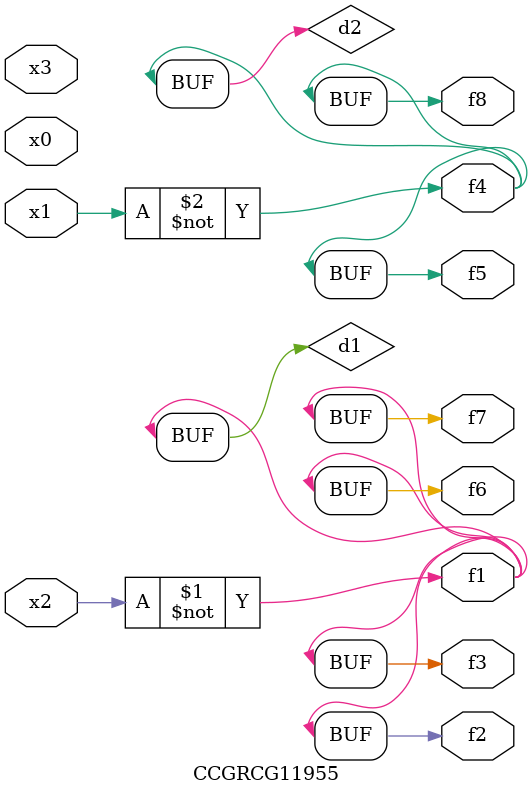
<source format=v>
module CCGRCG11955(
	input x0, x1, x2, x3,
	output f1, f2, f3, f4, f5, f6, f7, f8
);

	wire d1, d2;

	xnor (d1, x2);
	not (d2, x1);
	assign f1 = d1;
	assign f2 = d1;
	assign f3 = d1;
	assign f4 = d2;
	assign f5 = d2;
	assign f6 = d1;
	assign f7 = d1;
	assign f8 = d2;
endmodule

</source>
